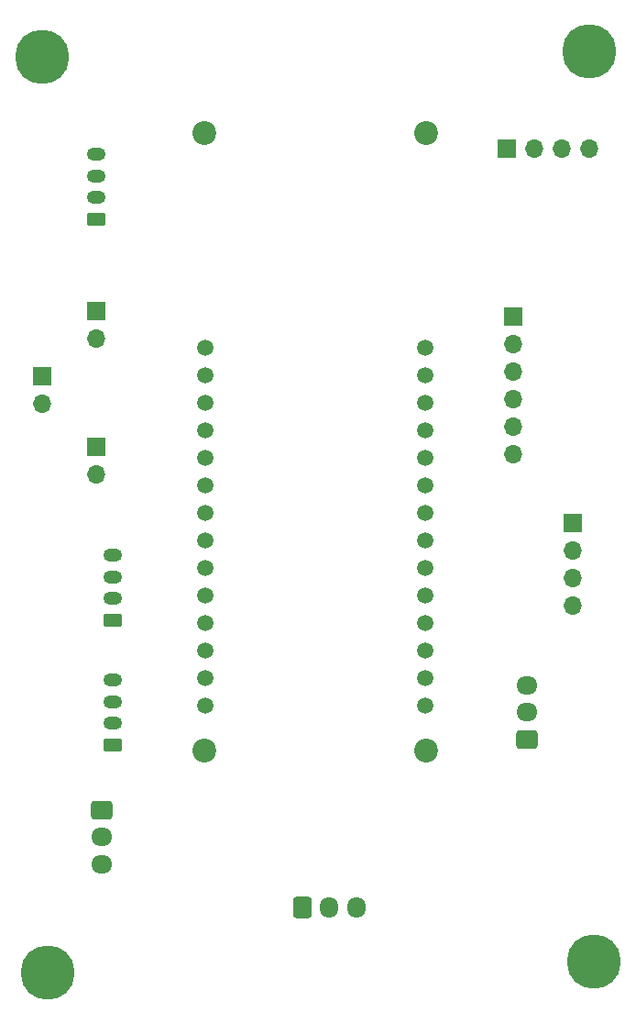
<source format=gbr>
%TF.GenerationSoftware,KiCad,Pcbnew,9.0.0*%
%TF.CreationDate,2025-03-11T09:25:04+01:00*%
%TF.ProjectId,farming_project,6661726d-696e-4675-9f70-726f6a656374,rev?*%
%TF.SameCoordinates,Original*%
%TF.FileFunction,Soldermask,Bot*%
%TF.FilePolarity,Negative*%
%FSLAX46Y46*%
G04 Gerber Fmt 4.6, Leading zero omitted, Abs format (unit mm)*
G04 Created by KiCad (PCBNEW 9.0.0) date 2025-03-11 09:25:04*
%MOMM*%
%LPD*%
G01*
G04 APERTURE LIST*
G04 Aperture macros list*
%AMRoundRect*
0 Rectangle with rounded corners*
0 $1 Rounding radius*
0 $2 $3 $4 $5 $6 $7 $8 $9 X,Y pos of 4 corners*
0 Add a 4 corners polygon primitive as box body*
4,1,4,$2,$3,$4,$5,$6,$7,$8,$9,$2,$3,0*
0 Add four circle primitives for the rounded corners*
1,1,$1+$1,$2,$3*
1,1,$1+$1,$4,$5*
1,1,$1+$1,$6,$7*
1,1,$1+$1,$8,$9*
0 Add four rect primitives between the rounded corners*
20,1,$1+$1,$2,$3,$4,$5,0*
20,1,$1+$1,$4,$5,$6,$7,0*
20,1,$1+$1,$6,$7,$8,$9,0*
20,1,$1+$1,$8,$9,$2,$3,0*%
G04 Aperture macros list end*
%ADD10R,1.700000X1.700000*%
%ADD11O,1.700000X1.700000*%
%ADD12RoundRect,0.250000X0.625000X-0.350000X0.625000X0.350000X-0.625000X0.350000X-0.625000X-0.350000X0*%
%ADD13O,1.750000X1.200000*%
%ADD14RoundRect,0.250000X-0.725000X0.600000X-0.725000X-0.600000X0.725000X-0.600000X0.725000X0.600000X0*%
%ADD15O,1.950000X1.700000*%
%ADD16C,5.000000*%
%ADD17RoundRect,0.250000X-0.600000X-0.725000X0.600000X-0.725000X0.600000X0.725000X-0.600000X0.725000X0*%
%ADD18O,1.700000X1.950000*%
%ADD19C,2.200000*%
%ADD20C,1.508000*%
%ADD21RoundRect,0.250000X0.725000X-0.600000X0.725000X0.600000X-0.725000X0.600000X-0.725000X-0.600000X0*%
G04 APERTURE END LIST*
D10*
%TO.C,R2*%
X120000000Y-88000000D03*
D11*
X120000000Y-90540000D03*
%TD*%
D12*
%TO.C,J8*%
X121500000Y-115500000D03*
D13*
X121500000Y-113500000D03*
X121500000Y-111500000D03*
X121500000Y-109500000D03*
%TD*%
D14*
%TO.C,J5*%
X120500000Y-121500000D03*
D15*
X120500000Y-124000000D03*
X120500000Y-126500000D03*
%TD*%
D12*
%TO.C,J10*%
X121500000Y-104000000D03*
D13*
X121500000Y-102000000D03*
X121500000Y-100000000D03*
X121500000Y-98000000D03*
%TD*%
D16*
%TO.C,H1*%
X115000000Y-52000000D03*
%TD*%
D17*
%TO.C,J6*%
X139000000Y-130500000D03*
D18*
X141500000Y-130500000D03*
X144000000Y-130500000D03*
%TD*%
D10*
%TO.C,C1*%
X115000000Y-81500000D03*
D11*
X115000000Y-84040000D03*
%TD*%
D10*
%TO.C,R1*%
X120000000Y-75500000D03*
D11*
X120000000Y-78040000D03*
%TD*%
D19*
%TO.C,J1*%
X130000000Y-59000000D03*
X130000000Y-116000000D03*
X150500000Y-59000000D03*
X150500000Y-116000000D03*
D20*
X130090000Y-78884800D03*
X130090000Y-81424800D03*
X130090000Y-83964800D03*
X130090000Y-86504800D03*
X130090000Y-89044800D03*
X130090000Y-91584800D03*
X130090000Y-94124800D03*
X130090000Y-96664800D03*
X130090000Y-99204800D03*
X130090000Y-101744800D03*
X130090000Y-104284800D03*
X130090000Y-106824800D03*
X130090000Y-109364800D03*
X130090000Y-111904800D03*
X150410000Y-111904800D03*
X150410000Y-109364800D03*
X150410000Y-106824800D03*
X150410000Y-104284800D03*
X150410000Y-101744800D03*
X150410000Y-99204800D03*
X150410000Y-96664800D03*
X150410000Y-94124800D03*
X150410000Y-91584800D03*
X150410000Y-89044800D03*
X150410000Y-86504800D03*
X150410000Y-83964800D03*
X150410000Y-81424800D03*
X150410000Y-78884800D03*
%TD*%
D10*
%TO.C,J4*%
X158500000Y-76000000D03*
D11*
X158500000Y-78540000D03*
X158500000Y-81080000D03*
X158500000Y-83620000D03*
X158500000Y-86160000D03*
X158500000Y-88700000D03*
%TD*%
D16*
%TO.C,H3*%
X115500000Y-136500000D03*
%TD*%
D10*
%TO.C,J3*%
X164000000Y-95000000D03*
D11*
X164000000Y-97540000D03*
X164000000Y-100080000D03*
X164000000Y-102620000D03*
%TD*%
D21*
%TO.C,J7*%
X159750000Y-115000000D03*
D15*
X159750000Y-112500000D03*
X159750000Y-110000000D03*
%TD*%
D16*
%TO.C,H2*%
X165500000Y-51500000D03*
%TD*%
D10*
%TO.C,J2*%
X157920000Y-60500000D03*
D11*
X160460000Y-60500000D03*
X163000000Y-60500000D03*
X165540000Y-60500000D03*
%TD*%
D12*
%TO.C,J9*%
X120000000Y-67000000D03*
D13*
X120000000Y-65000000D03*
X120000000Y-63000000D03*
X120000000Y-61000000D03*
%TD*%
D16*
%TO.C,H4*%
X166000000Y-135500000D03*
%TD*%
M02*

</source>
